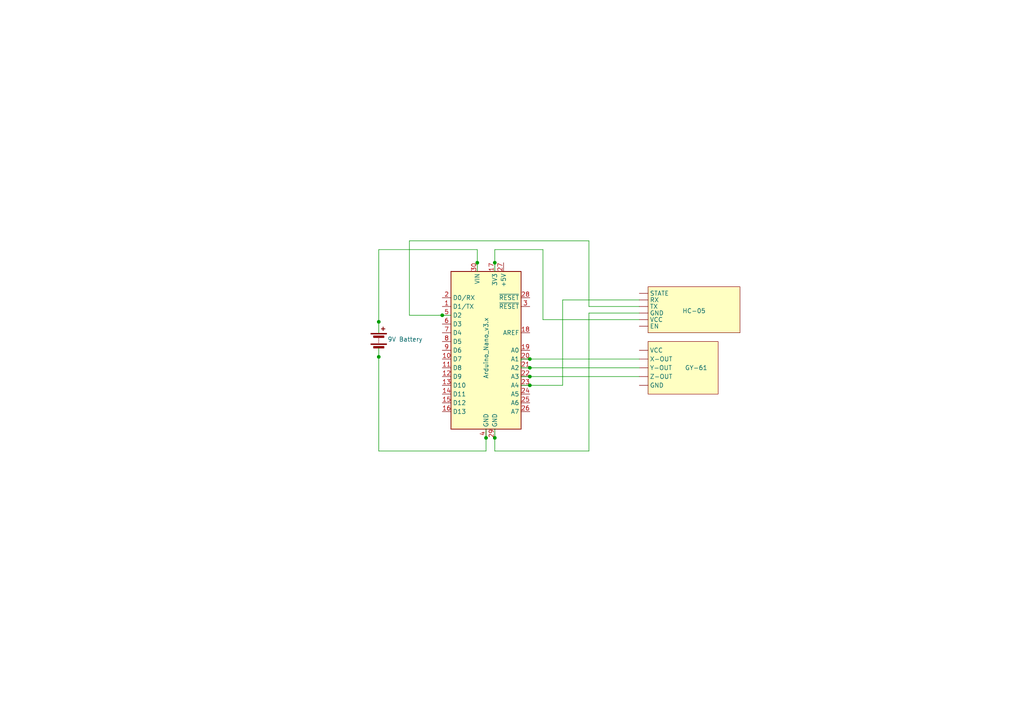
<source format=kicad_sch>
(kicad_sch (version 20230121) (generator eeschema)
  (paper "A4")
  (lib_symbols
    (symbol "Device:Battery" (pin_numbers hide) (pin_names (offset 0) hide)
      (property "Reference" "BT" (at 2.54 2.54 0))
      (property "Value" "Battery" (at 2.54 0 0))
      (symbol "Battery_0_1"
        (rectangle (start -2.286 -1.27) (end 2.286 -1.524) (fill (type outline)))
        (rectangle (start -2.286 1.778) (end 2.286 1.524) (fill (type outline)))
        (rectangle (start -1.524 -2.032) (end 1.524 -2.54) (fill (type outline)))
        (rectangle (start -1.524 1.016) (end 1.524 0.508) (fill (type outline)))
        (polyline (pts (xy 0 -1.016) (xy 0 -0.762)))
        (polyline (pts (xy 0 -0.508) (xy 0 -0.254)))
        (polyline (pts (xy 0 0) (xy 0 0.254)))
        (polyline (pts (xy 0 1.778) (xy 0 2.54)))
        (polyline (pts (xy 0.762 3.048) (xy 1.778 3.048)) (stroke (width 0.254)))
        (polyline (pts (xy 1.27 3.556) (xy 1.27 2.54)) (stroke (width 0.254)))
      )
      (symbol "Battery_1_1"
        (pin passive line (at 0 5.08 270) (length 2.54) (name "+") (number "1"))
        (pin passive line (at 0 -5.08 90) (length 2.54) (name "-") (number "2"))
      )
    )
    (symbol "MCU_Module:Arduino_Nano_v3.x"
      (property "Reference" "A" (at -10.16 23.495 0))
      (property "Value" "Arduino_Nano_v3.x" (at 5.08 -24.13 0))
      (symbol "Arduino_Nano_v3.x_0_1"
        (rectangle (start -10.16 22.86) (end 10.16 -22.86) (stroke (width 0.254)) (fill (type background)))
      )
      (symbol "Arduino_Nano_v3.x_1_1"
        (pin bidirectional line (at -12.7 12.7 0) (length 2.54) (name "D1/TX") (number "1"))
        (pin bidirectional line (at -12.7 -2.54 0) (length 2.54) (name "D7") (number "10"))
        (pin bidirectional line (at -12.7 -5.08 0) (length 2.54) (name "D8") (number "11"))
        (pin bidirectional line (at -12.7 -7.62 0) (length 2.54) (name "D9") (number "12"))
        (pin bidirectional line (at -12.7 -10.16 0) (length 2.54) (name "D10") (number "13"))
        (pin bidirectional line (at -12.7 -12.7 0) (length 2.54) (name "D11") (number "14"))
        (pin bidirectional line (at -12.7 -15.24 0) (length 2.54) (name "D12") (number "15"))
        (pin bidirectional line (at -12.7 -17.78 0) (length 2.54) (name "D13") (number "16"))
        (pin power_out line (at 2.54 25.4 270) (length 2.54) (name "3V3") (number "17"))
        (pin input line (at 12.7 5.08 180) (length 2.54) (name "AREF") (number "18"))
        (pin bidirectional line (at 12.7 0 180) (length 2.54) (name "A0") (number "19"))
        (pin bidirectional line (at -12.7 15.24 0) (length 2.54) (name "D0/RX") (number "2"))
        (pin bidirectional line (at 12.7 -2.54 180) (length 2.54) (name "A1") (number "20"))
        (pin bidirectional line (at 12.7 -5.08 180) (length 2.54) (name "A2") (number "21"))
        (pin bidirectional line (at 12.7 -7.62 180) (length 2.54) (name "A3") (number "22"))
        (pin bidirectional line (at 12.7 -10.16 180) (length 2.54) (name "A4") (number "23"))
        (pin bidirectional line (at 12.7 -12.7 180) (length 2.54) (name "A5") (number "24"))
        (pin bidirectional line (at 12.7 -15.24 180) (length 2.54) (name "A6") (number "25"))
        (pin bidirectional line (at 12.7 -17.78 180) (length 2.54) (name "A7") (number "26"))
        (pin power_out line (at 5.08 25.4 270) (length 2.54) (name "+5V") (number "27"))
        (pin input line (at 12.7 15.24 180) (length 2.54) (name "~{RESET}") (number "28"))
        (pin power_in line (at 2.54 -25.4 90) (length 2.54) (name "GND") (number "29"))
        (pin input line (at 12.7 12.7 180) (length 2.54) (name "~{RESET}") (number "3"))
        (pin power_in line (at -2.54 25.4 270) (length 2.54) (name "VIN") (number "30"))
        (pin power_in line (at 0 -25.4 90) (length 2.54) (name "GND") (number "4"))
        (pin bidirectional line (at -12.7 10.16 0) (length 2.54) (name "D2") (number "5"))
        (pin bidirectional line (at -12.7 7.62 0) (length 2.54) (name "D3") (number "6"))
        (pin bidirectional line (at -12.7 5.08 0) (length 2.54) (name "D4") (number "7"))
        (pin bidirectional line (at -12.7 2.54 0) (length 2.54) (name "D5") (number "8"))
        (pin bidirectional line (at -12.7 0 0) (length 2.54) (name "D6") (number "9"))
      )
    )
    (symbol "Tennis:GY-61"
      (property "Reference" "U" (at 16.51 1.905 0))
      (symbol "GY-61_1_1"
        (rectangle (start -10.16 7.62) (end 10.16 -7.62) (fill (type background)))
        (pin input line (at 12.7 -5.08 180) (length 2.54) (name "GND") (number ""))
        (pin input line (at 12.7 5.08 180) (length 2.54) (name "VCC") (number ""))
        (pin input line (at 12.7 2.54 180) (length 2.54) (name "X-OUT") (number ""))
        (pin input line (at 12.7 0 180) (length 2.54) (name "Y-OUT") (number ""))
        (pin input line (at 12.7 -2.54 180) (length 2.54) (name "Z-OUT") (number ""))
      )
    )
    (symbol "Tennis:HC-05"
      (property "Reference" "U" (at -22.225 3.175 0))
      (symbol "HC-05_1_1"
        (rectangle (start -6.985 13.335) (end 6.35 -13.335) (fill (type background)))
        (pin input line (at 4.445 -15.875 90) (length 2.54) (name "EN") (number ""))
        (pin input line (at 0.635 -15.875 90) (length 2.54) (name "GND") (number ""))
        (pin input line (at -3.175 -15.875 90) (length 2.54) (name "RX") (number ""))
        (pin input line (at -5.08 -15.875 90) (length 2.54) (name "STATE") (number ""))
        (pin input line (at -1.27 -15.875 90) (length 2.54) (name "TX") (number ""))
        (pin input line (at 2.54 -15.875 90) (length 2.54) (name "VCC") (number ""))
      )
    )
  )
  (junction (at 153.67 104.14))
  (junction (at 143.51 127))
  (junction (at 143.51 76.2))
  (junction (at 128.27 91.44))
  (junction (at 109.855 103.505))
  (junction (at 140.97 127))
  (junction (at 153.67 111.76))
  (junction (at 153.67 109.22))
  (junction (at 109.855 93.345))
  (junction (at 138.43 76.2))
  (junction (at 153.67 106.68))
  (wire (pts (xy 170.815 69.85) (xy 118.745 69.85)))
  (wire (pts (xy 118.745 69.85) (xy 118.745 91.44)))
  (wire (pts (xy 163.195 111.76) (xy 163.195 86.995)))
  (wire (pts (xy 170.815 88.9) (xy 185.42 88.9)))
  (wire (pts (xy 170.815 130.81) (xy 143.51 130.81)))
  (wire (pts (xy 153.67 111.76) (xy 163.195 111.76)))
  (wire (pts (xy 153.67 106.68) (xy 151.13 106.68)))
  (wire (pts (xy 157.48 72.39) (xy 143.51 72.39)))
  (wire (pts (xy 153.67 109.22) (xy 185.42 109.22)))
  (wire (pts (xy 157.48 92.71) (xy 185.42 92.71)))
  (wire (pts (xy 138.43 76.2) (xy 138.43 78.74)))
  (wire (pts (xy 153.67 104.14) (xy 151.13 104.14)))
  (wire (pts (xy 143.51 76.2) (xy 143.51 78.74)))
  (wire (pts (xy 151.13 109.22) (xy 153.67 109.22)))
  (wire (pts (xy 140.97 127) (xy 140.97 130.81)))
  (wire (pts (xy 109.855 72.39) (xy 109.855 93.345)))
  (wire (pts (xy 157.48 92.71) (xy 157.48 72.39)))
  (wire (pts (xy 138.43 72.39) (xy 109.855 72.39)))
  (wire (pts (xy 151.13 104.14) (xy 151.13 104.775)))
  (wire (pts (xy 153.67 106.68) (xy 185.42 106.68)))
  (wire (pts (xy 151.13 111.76) (xy 153.67 111.76)))
  (wire (pts (xy 138.43 72.39) (xy 138.43 76.2)))
  (wire (pts (xy 163.195 86.995) (xy 185.42 86.995)))
  (wire (pts (xy 109.855 100.965) (xy 109.855 103.505)))
  (wire (pts (xy 170.815 90.805) (xy 185.42 90.805)))
  (wire (pts (xy 151.13 106.045) (xy 151.13 106.68)))
  (wire (pts (xy 143.51 72.39) (xy 143.51 76.2)))
  (wire (pts (xy 140.97 124.46) (xy 140.97 127)))
  (wire (pts (xy 109.855 103.505) (xy 109.855 130.81)))
  (wire (pts (xy 170.815 90.805) (xy 170.815 130.81)))
  (wire (pts (xy 153.67 104.14) (xy 185.42 104.14)))
  (wire (pts (xy 170.815 88.9) (xy 170.815 69.85)))
  (wire (pts (xy 109.855 130.81) (xy 140.97 130.81)))
  (wire (pts (xy 143.51 127) (xy 143.51 130.81)))
  (wire (pts (xy 118.745 91.44) (xy 128.27 91.44)))
  (wire (pts (xy 128.27 91.44) (xy 130.81 91.44)))
  (wire (pts (xy 143.51 124.46) (xy 143.51 127)))
  (wire (pts (xy 109.855 93.345) (xy 109.855 96.52)))
  (symbol (lib_id "Tennis:GY-61") (at 198.12 106.68 0) (mirror y) (unit 1)
    (property "Reference" "U2" (effects hide))
    (property "Value" "GY-61" (at 201.93 106.68 0))
  )
  (symbol (lib_id "MCU_Module:Arduino_Nano_v3.x") (at 140.97 101.6 0) (unit 1)
    (property "Reference" "A1" (effects hide))
    (property "Value" "Arduino_Nano_v3.x" (at 140.97 109.855 90) (effects (justify left)))
    (property "Footprint" "Module:Arduino_Nano" (effects hide))
    (property "Datasheet" "http://www.mouser.com/pdfdocs/Gravitech_Arduino_Nano3_0.pdf" (effects hide))
  )
  (symbol (lib_id "Device:Battery") (at 109.855 98.425 0) (unit 1)
    (property "Reference" "BT1" (effects hide))
    (property "Value" "9V Battery" (at 112.395 98.425 0) (effects (justify left)))
  )
  (symbol (lib_id "Tennis:HC-05") (at 201.295 90.17 270) (unit 1)
    (property "Reference" "U1" (effects hide))
    (property "Value" "HC-05" (at 201.295 90.17 90))
  )
)
</source>
